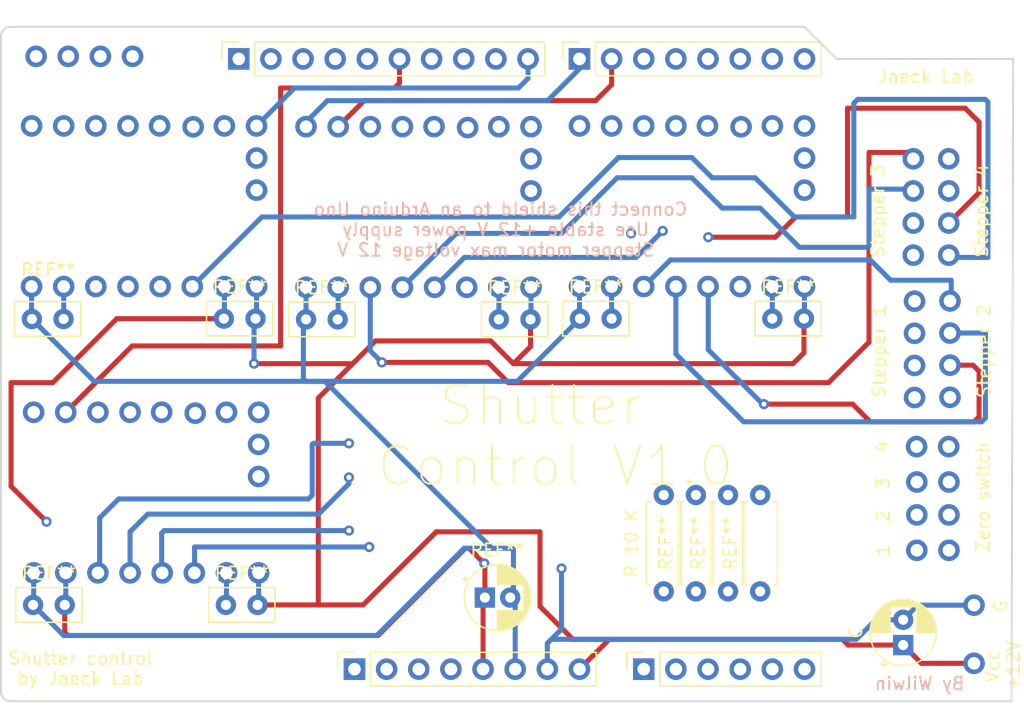
<source format=kicad_pcb>
(kicad_pcb (version 20211014) (generator pcbnew)
  (title_block (date "mar. 31 mars 2015"))
  (layers (0 "F.Cu" signal) (1 "In1.Cu" signal) (2 "In2.Cu" signal) (31 "B.Cu" signal) (34 "B.Paste" user) (35 "F.Paste" user) (36 "B.SilkS" user "B.Silkscreen") (37 "F.SilkS" user "F.Silkscreen") (38 "B.Mask" user) (39 "F.Mask" user) (44 "Edge.Cuts" user))
  (net 0 "")
  (net 1 "GND")
  (net 3 "+5V")
  (net 4 "/IOREF")
  (net 5 "/A0")
  (net 6 "/A1")
  (net 7 "/A2")
  (net 8 "/A3")
  (net 9 "/SDA{slash}A4")
  (net 10 "/SCL{slash}A5")
  (net 11 "/13")
  (net 12 "/12")
  (net 13 "/AREF")
  (net 14 "/8")
  (net 15 "/7")
  (net 16 "/*11")
  (net 17 "/*10")
  (net 18 "/*9")
  (net 19 "/4")
  (net 20 "/2")
  (net 21 "/*6")
  (net 22 "/*5")
  (net 23 "/TX{slash}1")
  (net 24 "/*3")
  (net 25 "/RX{slash}0")
  (net 26 "+3V3")
  (net 27 "VCC")
  (net 28 "/~{RESET}")
  (footprint "Connector_PinSocket_2.54mm:PinSocket_1x08_P2.54mm_Vertical" (layer "F.Cu") (at 127.94 97.46 90)
    (fp_text reference "J1" hide)
    (fp_text value "Power")
  )
  (footprint "Connector_PinSocket_2.54mm:PinSocket_1x06_P2.54mm_Vertical" (layer "F.Cu") (at 150.8 97.46 90)
    (fp_text reference "J3" hide)
    (fp_text value "Analog")
  )
  (footprint "Connector_PinSocket_2.54mm:PinSocket_1x10_P2.54mm_Vertical" (layer "F.Cu") (at 118.796 49.2 90)
    (fp_text reference "J2" hide)
    (fp_text value "Digital/PWM")
  )
  (footprint "Connector_PinSocket_2.54mm:PinSocket_1x08_P2.54mm_Vertical" (layer "F.Cu") (at 145.72 49.2 90)
    (fp_text reference "J4" hide)
    (fp_text value "Digital/PWM")
  )
  (footprint "" (layer "F.Cu") (at 120.2 57.04 180)
    (fp_text reference "")
    (fp_text value "")
  )
  (footprint "" (layer "F.Cu") (at 134.27 67.26 180)
    (fp_text reference "")
    (fp_text value "")
  )
  (footprint "" (layer "F.Cu") (at 174.9 79.86)
    (fp_text reference "")
    (fp_text value "")
  )
  (footprint "" (layer "F.Cu") (at 134.225799 54.555827 180)
    (fp_text reference "")
    (fp_text value "")
  )
  (footprint "" (layer "F.Cu") (at 131.73 67.26 180)
    (fp_text reference "")
    (fp_text value "")
  )
  (footprint "" (layer "F.Cu") (at 104.96 67.2 180)
    (fp_text reference "")
    (fp_text value "")
  )
  (footprint "" (layer "F.Cu") (at 172.36 79.86)
    (fp_text reference "")
    (fp_text value "")
  )
  (footprint "" (layer "F.Cu") (at 117.824201 77.144173 180)
    (fp_text reference "")
    (fp_text value "")
  )
  (footprint "" (layer "F.Cu") (at 112.7 77.14 180)
    (fp_text reference "")
    (fp_text value "")
  )
  (footprint "" (layer "F.Cu") (at 158.49171 54.57171 180)
    (fp_text reference "")
    (fp_text value "")
  )
  (footprint "Capacitor_THT:C_Disc_D5.0mm_W2.5mm_P2.50mm" (layer "F.Cu") (at 139.35 69.8)
    (fp_text reference "REF**")
    (fp_text value "C")
  )
  (footprint "" (layer "F.Cu") (at 117.66 67.2 180)
    (fp_text reference "")
    (fp_text value "")
  )
  (footprint "" (layer "F.Cu") (at 148.26 54.5 180)
    (fp_text reference "")
    (fp_text value "")
  )
  (footprint "" (layer "F.Cu") (at 175 75.96 -90)
    (fp_text reference "")
    (fp_text value "")
  )
  (footprint "" (layer "F.Cu") (at 148.26 67.2 180)
    (fp_text reference "")
    (fp_text value "")
  )
  (footprint "" (layer "F.Cu") (at 172.1 59.64 -90)
    (fp_text reference "")
    (fp_text value "")
  )
  (footprint "" (layer "F.Cu") (at 105.124201 77.144173 180)
    (fp_text reference "")
    (fp_text value "")
  )
  (footprint "" (layer "F.Cu") (at 120.364201 82.224173 180)
    (fp_text reference "")
    (fp_text value "")
  )
  (footprint "" (layer "F.Cu") (at 139.35 67.26 180)
    (fp_text reference "")
    (fp_text value "")
  )
  (footprint "" (layer "F.Cu") (at 120.2 54.5 180)
    (fp_text reference "")
    (fp_text value "")
  )
  (footprint "" (layer "F.Cu") (at 150.8 67.2 180)
    (fp_text reference "")
    (fp_text value "")
  )
  (footprint "" (layer "F.Cu") (at 172.1 57.1 -90)
    (fp_text reference "")
    (fp_text value "")
  )
  (footprint "" (layer "F.Cu") (at 175 70.88 -90)
    (fp_text reference "")
    (fp_text value "")
  )
  (footprint "" (layer "F.Cu") (at 145.72 67.2 180)
    (fp_text reference "")
    (fp_text value "")
  )
  (footprint "" (layer "F.Cu") (at 163.5 67.2 180)
    (fp_text reference "")
    (fp_text value "")
  )
  (footprint "" (layer "F.Cu") (at 175 73.42 -90)
    (fp_text reference "")
    (fp_text value "")
  )
  (footprint "" (layer "F.Cu") (at 150.8 54.5 180)
    (fp_text reference "")
    (fp_text value "")
  )
  (footprint "" (layer "F.Cu") (at 163.5 59.58 180)
    (fp_text reference "")
    (fp_text value "")
  )
  (footprint "" (layer "F.Cu") (at 124.11 54.56 180)
    (fp_text reference "")
    (fp_text value "")
  )
  (footprint "" (layer "F.Cu") (at 120.2 59.58 180)
    (fp_text reference "")
    (fp_text value "")
  )
  (footprint "Capacitor_THT:C_Disc_D5.0mm_W2.5mm_P2.50mm" (layer "F.Cu") (at 160.96 69.74)
    (fp_text reference "REF**")
    (fp_text value "C")
  )
  (footprint "Resistor_THT:R_Axial_DIN0207_L6.3mm_D2.5mm_P7.62mm_Horizontal" (layer "F.Cu") (at 160 91.31 90)
    (fp_text reference "REF**")
    (fp_text value "R 10K")
  )
  (footprint "" (layer "F.Cu") (at 126.65 67.26 180)
    (fp_text reference "")
    (fp_text value "")
  )
  (footprint "" (layer "F.Cu") (at 115.355911 77.215883 180)
    (fp_text reference "")
    (fp_text value "")
  )
  (footprint "" (layer "F.Cu") (at 110.04 54.5 180)
    (fp_text reference "")
    (fp_text value "")
  )
  (footprint "" (layer "F.Cu") (at 115.19171 54.57171 180)
    (fp_text reference "")
    (fp_text value "")
  )
  (footprint "" (layer "F.Cu") (at 141.89 67.26 180)
    (fp_text reference "")
    (fp_text value "")
  )
  (footprint "" (layer "F.Cu") (at 102.584201 77.144173 180)
    (fp_text reference "")
    (fp_text value "")
  )
  (footprint "" (layer "F.Cu") (at 172.38 88.06)
    (fp_text reference "")
    (fp_text value "")
  )
  (footprint "" (layer "F.Cu") (at 172.38 85.26)
    (fp_text reference "")
    (fp_text value "")
  )
  (footprint "" (layer "F.Cu") (at 174.9 59.64 -90)
    (fp_text reference "")
    (fp_text value "")
  )
  (footprint "" (layer "F.Cu") (at 107.86 49)
    (fp_text reference "")
    (fp_text value "")
  )
  (footprint "" (layer "F.Cu") (at 172.1 62.18 -90)
    (fp_text reference "")
    (fp_text value "")
  )
  (footprint "" (layer "F.Cu") (at 129.19 67.26 180)
    (fp_text reference "")
    (fp_text value "")
  )
  (footprint "" (layer "F.Cu") (at 102.584201 89.844173 180)
    (fp_text reference "")
    (fp_text value "")
  )
  (footprint "" (layer "F.Cu") (at 160.96 67.2 180)
    (fp_text reference "")
    (fp_text value "")
  )
  (footprint "" (layer "F.Cu") (at 131.73 54.56 180)
    (fp_text reference "")
    (fp_text value "")
  )
  (footprint "Resistor_THT:R_Axial_DIN0207_L6.3mm_D2.5mm_P7.62mm_Horizontal" (layer "F.Cu") (at 152.38 91.31 90)
    (fp_text reference "R 10 K")
    (fp_text value "R 10K")
  )
  (footprint "" (layer "F.Cu") (at 105.124201 89.844173 180)
    (fp_text reference "")
    (fp_text value "")
  )
  (footprint "" (layer "F.Cu") (at 172.2 70.9 -90)
    (fp_text reference "")
    (fp_text value "")
  )
  (footprint "" (layer "F.Cu") (at 153.34 67.2 180)
    (fp_text reference "")
    (fp_text value "")
  )
  (footprint "" (layer "F.Cu") (at 141.89 54.56 180)
    (fp_text reference "")
    (fp_text value "")
  )
  (footprint "Arduino_MountingHole:MountingHole_3.2mm" (layer "F.Cu") (at 115.24 49.2)
    (fp_text reference "MH1" hide)
    (fp_text value "MountingHole_3.2mm" hide)
  )
  (footprint "" (layer "F.Cu") (at 120.2 67.2 180)
    (fp_text reference "")
    (fp_text value "")
  )
  (footprint "" (layer "F.Cu") (at 117.824201 89.844173 180)
    (fp_text reference "")
    (fp_text value "")
  )
  (footprint "Capacitor_THT:CP_Radial_D5.0mm_P2.00mm" (layer "F.Cu") (at 138.244888 91.8)
    (fp_text reference "REF**")
    (fp_text value "CP")
  )
  (footprint "" (layer "F.Cu") (at 104.96 54.5 180)
    (fp_text reference "")
    (fp_text value "")
  )
  (footprint "Resistor_THT:R_Axial_DIN0207_L6.3mm_D2.5mm_P7.62mm_Horizontal" (layer "F.Cu") (at 154.92 91.31 90)
    (fp_text reference "REF**")
    (fp_text value "R 10K")
  )
  (footprint "" (layer "F.Cu") (at 174.92 85.26)
    (fp_text reference "")
    (fp_text value "")
  )
  (footprint "" (layer "F.Cu") (at 102.42 54.5 180)
    (fp_text reference "")
    (fp_text value "")
  )
  (footprint "" (layer "F.Cu") (at 163.5 57.04 180)
    (fp_text reference "")
    (fp_text value "")
  )
  (footprint "" (layer "F.Cu") (at 172.2 68.36 -90)
    (fp_text reference "")
    (fp_text value "")
  )
  (footprint "" (layer "F.Cu") (at 174.9 64.72 -90)
    (fp_text reference "")
    (fp_text value "")
  )
  (footprint "" (layer "F.Cu") (at 136.88171 54.63171 180)
    (fp_text reference "")
    (fp_text value "")
  )
  (footprint "" (layer "F.Cu") (at 155.88 67.2 180)
    (fp_text reference "")
    (fp_text value "")
  )
  (footprint "" (layer "F.Cu") (at 174.92 88.06)
    (fp_text reference "")
    (fp_text value "")
  )
  (footprint "" (layer "F.Cu") (at 141.89 59.64 180)
    (fp_text reference "")
    (fp_text value "")
  )
  (footprint "Resistor_THT:R_Axial_DIN0207_L6.3mm_D2.5mm_P7.62mm_Horizontal" (layer "F.Cu") (at 157.46 91.31 90)
    (fp_text reference "REF**")
    (fp_text value "R 10K")
  )
  (footprint "" (layer "F.Cu") (at 110.04 67.2 180)
    (fp_text reference "")
    (fp_text value "")
  )
  (footprint "" (layer "F.Cu") (at 136.81 67.26 180)
    (fp_text reference "")
    (fp_text value "")
  )
  (footprint "" (layer "F.Cu") (at 172.2 73.44 -90)
    (fp_text reference "")
    (fp_text value "")
  )
  (footprint "" (layer "F.Cu") (at 174.9 57.1 -90)
    (fp_text reference "")
    (fp_text value "")
  )
  (footprint "" (layer "F.Cu") (at 160.96 54.5 180)
    (fp_text reference "")
    (fp_text value "")
  )
  (footprint "" (layer "F.Cu") (at 115.12 67.2 180)
    (fp_text reference "")
    (fp_text value "")
  )
  (footprint "" (layer "F.Cu") (at 124.11 67.26 180)
    (fp_text reference "")
    (fp_text value "")
  )
  (footprint "" (layer "F.Cu") (at 120.364201 89.844173 180)
    (fp_text reference "")
    (fp_text value "")
  )
  (footprint "" (layer "F.Cu") (at 107.664201 89.844173 180)
    (fp_text reference "")
    (fp_text value "")
  )
  (footprint "" (layer "F.Cu") (at 129.19 54.56 180)
    (fp_text reference "")
    (fp_text value "")
  )
  (footprint "" (layer "F.Cu") (at 117.66 54.5 180)
    (fp_text reference "")
    (fp_text value "")
  )
  (footprint "" (layer "F.Cu") (at 155.835799 54.495827 180)
    (fp_text reference "")
    (fp_text value "")
  )
  (footprint "" (layer "F.Cu") (at 163.5 54.5 180)
    (fp_text reference "")
    (fp_text value "")
  )
  (footprint "" (layer "F.Cu") (at 174.9 62.18 -90)
    (fp_text reference "")
    (fp_text value "")
  )
  (footprint "Capacitor_THT:C_Disc_D5.0mm_W2.5mm_P2.50mm" (layer "F.Cu") (at 145.76 69.74)
    (fp_text reference "REF**")
    (fp_text value "C")
  )
  (footprint "" (layer "F.Cu") (at 176.9 92.4)
    (fp_text reference "")
    (fp_text value "")
  )
  (footprint "" (layer "F.Cu") (at 115.284201 89.844173 180)
    (fp_text reference "")
    (fp_text value "")
  )
  (footprint "" (layer "F.Cu") (at 126.65 54.56 180)
    (fp_text reference "")
    (fp_text value "")
  )
  (footprint "Capacitor_THT:CP_Radial_D5.0mm_P2.00mm" (layer "F.Cu") (at 171.3 95.555113 90)
    (fp_text reference "C")
    (fp_text value "CP")
  )
  (footprint "" (layer "F.Cu") (at 112.58 67.2 180)
    (fp_text reference "")
    (fp_text value "")
  )
  (footprint "" (layer "F.Cu") (at 174.92 82.66)
    (fp_text reference "")
    (fp_text value "")
  )
  (footprint "Capacitor_THT:C_Disc_D5.0mm_W2.5mm_P2.50mm" (layer "F.Cu") (at 124.11 69.8)
    (fp_text reference "REF**")
    (fp_text value "C")
  )
  (footprint "" (layer "F.Cu") (at 107.5 54.5 180)
    (fp_text reference "")
    (fp_text value "")
  )
  (footprint "" (layer "F.Cu") (at 110.204201 77.144173 180)
    (fp_text reference "")
    (fp_text value "")
  )
  (footprint "" (layer "F.Cu") (at 153.34 54.5 180)
    (fp_text reference "")
    (fp_text value "")
  )
  (footprint "" (layer "F.Cu") (at 176.9 97)
    (fp_text reference "")
    (fp_text value "")
  )
  (footprint "" (layer "F.Cu") (at 102.42 67.2 180)
    (fp_text reference "")
    (fp_text value "")
  )
  (footprint "" (layer "F.Cu") (at 110.204201 89.844173 180)
    (fp_text reference "")
    (fp_text value "")
  )
  (footprint "Capacitor_THT:C_Disc_D5.0mm_W2.5mm_P2.50mm" (layer "F.Cu") (at 102.54 92.38)
    (fp_text reference "REF**")
    (fp_text value "C")
  )
  (footprint "" (layer "F.Cu") (at 172.2 75.98 -90)
    (fp_text reference "")
    (fp_text value "")
  )
  (footprint "" (layer "F.Cu") (at 112.744201 89.844173 180)
    (fp_text reference "")
    (fp_text value "")
  )
  (footprint "" (layer "F.Cu") (at 107.5 67.2 180)
    (fp_text reference "")
    (fp_text value "")
  )
  (footprint "" (layer "F.Cu") (at 141.89 57.1 180)
    (fp_text reference "")
    (fp_text value "")
  )
  (footprint "" (layer "F.Cu") (at 172.1 64.72 -90)
    (fp_text reference "")
    (fp_text value "")
  )
  (footprint "" (layer "F.Cu") (at 145.72 54.5 180)
    (fp_text reference "")
    (fp_text value "")
  )
  (footprint "" (layer "F.Cu") (at 120.364201 79.684173 180)
    (fp_text reference "")
    (fp_text value "")
  )
  (footprint "" (layer "F.Cu") (at 158.42 67.2 180)
    (fp_text reference "")
    (fp_text value "")
  )
  (footprint "Capacitor_THT:C_Disc_D5.0mm_W2.5mm_P2.50mm" (layer "F.Cu") (at 117.78 92.38)
    (fp_text reference "REF**")
    (fp_text value "C")
  )
  (footprint "Capacitor_THT:C_Disc_D5.0mm_W2.5mm_P2.50mm" (layer "F.Cu") (at 102.446709 69.77171)
    (fp_text reference "REF**")
    (fp_text value "C")
  )
  (footprint "" (layer "F.Cu") (at 110.4 49)
    (fp_text reference "")
    (fp_text value "")
  )
  (footprint "Arduino_MountingHole:MountingHole_3.2mm" (layer "F.Cu") (at 113.97 97.46)
    (fp_text reference "MH2" hide)
    (fp_text value "MountingHole_3.2mm" hide)
  )
  (footprint "" (layer "F.Cu") (at 112.535799 54.495827 180)
    (fp_text reference "")
    (fp_text value "")
  )
  (footprint "" (layer "F.Cu") (at 175 68.34 -90)
    (fp_text reference "")
    (fp_text value "")
  )
  (footprint "" (layer "F.Cu") (at 102.78 49)
    (fp_text reference "")
    (fp_text value "")
  )
  (footprint "" (layer "F.Cu") (at 120.364201 77.144173 180)
    (fp_text reference "")
    (fp_text value "")
  )
  (footprint "" (layer "F.Cu") (at 105.32 49)
    (fp_text reference "")
    (fp_text value "")
  )
  (footprint "" (layer "F.Cu") (at 172.38 82.66)
    (fp_text reference "")
    (fp_text value "")
  )
  (footprint "" (layer "F.Cu") (at 139.35 54.56 180)
    (fp_text reference "")
    (fp_text value "")
  )
  (footprint "" (layer "F.Cu") (at 107.664201 77.144173 180)
    (fp_text reference "")
    (fp_text value "")
  )
  (footprint "Capacitor_THT:C_Disc_D5.0mm_W2.5mm_P2.50mm" (layer "F.Cu") (at 117.615799 69.74)
    (fp_text reference "REF**")
    (fp_text value "C")
  )
  (gr_line (start 100 99.238) (end 100 47.422) (layer "Edge.Cuts") (width 0.15))
  (gr_line (start 180 49.2) (end 179.862364 100) (layer "Edge.Cuts") (width 0.15))
  (gr_line (start 165.278 100) (end 100.762 100) (layer "Edge.Cuts") (width 0.15))
  (gr_line (start 100.762 46.66) (end 163.5 46.66) (layer "Edge.Cuts") (width 0.15))
  (gr_arc (start 100.762 100) (mid 100.223185 99.776815) (end 100 99.238) (layer "Edge.Cuts") (width 0.15))
  (gr_line (start 179.862364 100) (end 165.278 100) (layer "Edge.Cuts") (width 0.15))
  (gr_line (start 163.5 46.66) (end 166.04 49.2) (layer "Edge.Cuts") (width 0.15))
  (gr_line (start 166.04 49.2) (end 180 49.2) (layer "Edge.Cuts") (width 0.15))
  (gr_arc (start 100 47.422) (mid 100.223185 46.883185) (end 100.762 46.66) (layer "Edge.Cuts") (width 0.15))
  (gr_text "By Wilwin" (at 172.6 98.6) (layer "B.SilkS") (effects (font (size 1 1)) (justify mirror)))
  (gr_text "Connect this shield to an Arduino Uno \nUse stable +12 V power supply\nStepper motor max voltage 12 V" (at 139.1 62.7) (layer "B.SilkS") (effects (font (size 1 1)) (justify mirror)))
  (gr_text "Shutter control\nby Jaeck Lab" (at 106.3 97.4) (layer "F.SilkS") (effects (font (size 1 1))))
  (gr_text "Shutter \nControl V1.0" (at 143.8 79) (layer "F.SilkS") (effects (font (size 3 3))))
  (gr_text "Zero switch" (at 177.62 83.86 90) (layer "F.SilkS") (effects (font (size 1 1))))
  (gr_text "1" (at 169.72 88.06 90) (layer "F.SilkS") (effects (font (size 1 1))))
  (gr_text "Jaeck Lab" (at 173.1 50.6) (layer "F.SilkS") (effects (font (size 1 1))))
  (gr_text "4" (at 169.62 79.86 90) (layer "F.SilkS") (effects (font (size 1 1))))
  (gr_text "Vcc\n+12V" (at 179.2 97.2 90) (layer "F.SilkS") (effects (font (size 1 1))))
  (gr_text "Stepper 3" (at 169.3 61.22 90) (layer "F.SilkS") (effects (font (size 1 1))))
  (gr_text "Stepper 2" (at 177.7 72.32 90) (layer "F.SilkS") (effects (font (size 1 1))))
  (gr_text "2" (at 169.72 85.36 90) (layer "F.SilkS") (effects (font (size 1 1))))
  (gr_text "Stepper 4" (at 177.5 61.22 90) (layer "F.SilkS") (effects (font (size 1 1))))
  (gr_text "3" (at 169.72 82.76 90) (layer "F.SilkS") (effects (font (size 1 1))))
  (gr_text "Stepper 1" (at 169.4 72.32 90) (layer "F.SilkS") (effects (font (size 1 1))))
  (gr_text "G" (at 179 92.5 90) (layer "F.SilkS") (effects (font (size 1 1))))
  (segment (start 166.8 61.7) (end 166.9 61.6) (width 0.4) (layer "F.Cu") (net 0))
  (segment (start 166.9 53.1) (end 176.2 53.1) (width 0.4) (layer "F.Cu") (net 0))
  (segment (start 161.2 63.3) (end 162.8 61.7) (width 0.4) (layer "F.Cu") (net 0))
  (segment (start 168.6 71.6) (end 168.6 56.6) (width 0.4) (layer "F.Cu") (net 0))
  (segment (start 177.3 73.9) (end 176.82 73.42) (width 0.4) (layer "F.Cu") (net 0))
  (segment (start 138.5 73.2) (end 140.1 74.8) (width 0.4) (layer "F.Cu") (net 0))
  (segment (start 155.9 63.3) (end 161.2 63.3) (width 0.4) (layer "F.Cu") (net 0))
  (segment (start 176.2 53.1) (end 177.3 54.2) (width 0.4) (layer "F.Cu") (net 0))
  (segment (start 168.7 77.9) (end 176.9 77.9) (width 0.4) (layer "F.Cu") (net 0))
  (segment (start 167.3 76.5) (end 168.7 77.9) (width 0.4) (layer "F.Cu") (net 0))
  (segment (start 165.4 74.8) (end 168.6 71.6) (width 0.4) (layer "F.Cu") (net 0))
  (segment (start 160.3 76.5) (end 167.3 76.5) (width 0.4) (layer "F.Cu") (net 0))
  (segment (start 171.6 56.6) (end 172.1 57.1) (width 0.4) (layer "F.Cu") (net 0))
  (segment (start 130.1 73.2) (end 138.5 73.2) (width 0.4) (layer "F.Cu") (net 0))
  (segment (start 168.6 56.6) (end 171.6 56.6) (width 0.4) (layer "F.Cu") (net 0))
  (segment (start 162.8 61.7) (end 166.8 61.7) (width 0.4) (layer "F.Cu") (net 0))
  (segment (start 176.82 73.42) (end 175 73.42) (width 0.4) (layer "F.Cu") (net 0))
  (segment (start 177.3 54.2) (end 177.3 59.78) (width 0.4) (layer "F.Cu") (net 0))
  (segment (start 176.9 77.9) (end 177.3 77.5) (width 0.4) (layer "F.Cu") (net 0))
  (segment (start 177.3 77.5) (end 177.3 73.9) (width 0.4) (layer "F.Cu") (net 0))
  (segment (start 166.9 61.6) (end 166.9 53.1) (width 0.4) (layer "F.Cu") (net 0))
  (segment (start 177.3 59.78) (end 174.9 62.18) (width 0.4) (layer "F.Cu") (net 0))
  (segment (start 140.1 74.8) (end 165.4 74.8) (width 0.4) (layer "F.Cu") (net 0))
  (via (at 144.3 89.5) (size 0.8) (drill 0.4) (layers "F.Cu" "B.Cu") (net 0))
  (via (at 127.5 86.5) (size 0.8) (drill 0.4) (layers "F.Cu" "B.Cu") (net 0))
  (via (at 152.3 62.8) (size 0.8) (drill 0.4) (layers "F.Cu" "B.Cu") (net 0))
  (via (at 129.1 87.8) (size 0.8) (drill 0.4) (layers "F.Cu" "B.Cu") (net 0))
  (via (at 160.3 76.5) (size 0.8) (drill 0.4) (layers "F.Cu" "B.Cu") (net 0))
  (via (at 120 73.3) (size 0.8) (drill 0.4) (layers "F.Cu" "B.Cu") (net 0))
  (via (at 155.9 63.3) (size 0.8) (drill 0.4) (layers "F.Cu" "B.Cu") (net 0))
  (via (at 130.1 73.2) (size 0.8) (drill 0.4) (layers "F.Cu" "B.Cu") (net 0))
  (via (at 149.8 63) (size 0.8) (drill 0.4) (layers "F.Cu" "B.Cu") (net 0))
  (via (at 127.5 79.6) (size 0.8) (drill 0.4) (layers "F.Cu" "B.Cu") (net 0))
  (via (at 127.5 82.3) (size 0.8) (drill 0.4) (layers "F.Cu" "B.Cu") (net 0))
  (segment (start 177.78 70.88) (end 175 70.88) (width 0.4) (layer "B.Cu") (net 0))
  (segment (start 167.7 52.4) (end 177.8 52.4) (width 0.4) (layer "B.Cu") (net 0))
  (segment (start 158.7 77.9) (end 177.5 77.9) (width 0.4) (layer "B.Cu") (net 0))
  (segment (start 115.284201 89.844173) (end 115.3 89.828374) (width 0.4) (layer "B.Cu") (net 0))
  (segment (start 153.34 72.54) (end 158.7 77.9) (width 0.4) (layer "B.Cu") (net 0))
  (segment (start 148.8 57) (end 154.6 57) (width 0.4) (layer "B.Cu") (net 0))
  (segment (start 124.6 79.7) (end 124.7 79.6) (width 0.4) (layer "B.Cu") (net 0))
  (segment (start 127.5 82.8) (end 125.1 85.2) (width 0.4) (layer "B.Cu") (net 0))
  (segment (start 125.1 85.2) (end 111.6 85.2) (width 0.4) (layer "B.Cu") (net 0))
  (segment (start 115.3 89.828374) (end 115.3 87.8) (width 0.4) (layer "B.Cu") (net 0))
  (segment (start 160 61) (end 163.1 64.1) (width 0.4) (layer "B.Cu") (net 0))
  (segment (start 136.63 64.9) (end 134.27 67.26) (width 0.4) (layer "B.Cu") (net 0))
  (segment (start 178 52.6) (end 178 64.9) (width 0.4) (layer "B.Cu") (net 0))
  (segment (start 120.62 61.7) (end 144.1 61.7) (width 0.4) (layer "B.Cu") (net 0))
  (segment (start 144.1 61.7) (end 148.8 57) (width 0.4) (layer "B.Cu") (net 0))
  (segment (start 177.8 52.4) (end 178 52.6) (width 0.4) (layer "B.Cu") (net 0))
  (segment (start 131.73 67.26) (end 135.99 63) (width 0.4) (layer "B.Cu") (net 0))
  (segment (start 157 61) (end 160 61) (width 0.4) (layer "B.Cu") (net 0))
  (segment (start 177.8 77.6) (end 177.8 70.9) (width 0.4) (layer "B.Cu") (net 0))
  (segment (start 152.3 62.8) (end 150.2 64.9) (width 0.4) (layer "B.Cu") (net 0))
  (segment (start 175.1 66.7) (end 175.1 68.24) (width 0.4) (layer "B.Cu") (net 0))
  (segment (start 160.2 76.5) (end 160.3 76.5) (width 0.4) (layer "B.Cu") (net 0))
  (segment (start 150.2 64.9) (end 136.63 64.9) (width 0.4) (layer "B.Cu") (net 0))
  (segment (start 124.6 83.7) (end 124.6 79.7) (width 0.4) (layer "B.Cu") (net 0))
  (segment (start 177.5 77.9) (end 177.8 77.6) (width 0.4) (layer "B.Cu") (net 0))
  (segment (start 162.7 61.7) (end 167.4 61.7) (width 0.4) (layer "B.Cu") (net 0))
  (segment (start 153.34 67.2) (end 153.34 72.54) (width 0.4) (layer "B.Cu") (net 0))
  (segment (start 155.9 72.2) (end 160.2 76.5) (width 0.4) (layer "B.Cu") (net 0))
  (segment (start 110.204201 86.595799) (end 110.204201 89.844173) (width 0.4) (layer "B.Cu") (net 0))
  (segment (start 159.6 58.6) (end 162.7 61.7) (width 0.4) (layer "B.Cu") (net 0))
  (segment (start 144.3 63) (end 148.7 58.6) (width 0.4) (layer "B.Cu") (net 0))
  (segment (start 107.664201 89.844173) (end 107.8 89.708374) (width 0.4) (layer "B.Cu") (net 0))
  (segment (start 135.99 63) (end 144.3 63) (width 0.4) (layer "B.Cu") (net 0))
  (segment (start 175.08 64.9) (end 174.9 64.72) (width 0.4) (layer "B.Cu") (net 0))
  (segment (start 109.3 84) (end 124.3 84) (width 0.4) (layer "B.Cu") (net 0))
  (segment (start 167.4 61.7) (end 167.4 52.7) (width 0.4) (layer "B.Cu") (net 0))
  (segment (start 152.9 65.1) (end 168.7 65.1) (width 0.4) (layer "B.Cu") (net 0))
  (segment (start 112.744201 89.844173) (end 112.7 89.799972) (width 0.4) (layer "B.Cu") (net 0))
  (segment (start 155.88 67.2) (end 155.9 67.22) (width 0.4) (layer "B.Cu") (net 0))
  (segment (start 154.6 58.6) (end 157 61) (width 0.4) (layer "B.Cu") (net 0))
  (segment (start 177.8 70.9) (end 177.78 70.88) (width 0.4) (layer "B.Cu") (net 0))
  (segment (start 129.1 87.8) (end 129.2 87.9) (width 0.4) (layer "B.Cu") (net 0))
  (segment (start 107.8 85.5) (end 109.3 84) (width 0.4) (layer "B.Cu") (net 0))
  (segment (start 112.7 86.7) (end 112.9 86.5) (width 0.4) (layer "B.Cu") (net 0))
  (segment (start 156.2 58.6) (end 159.6 58.6) (width 0.4) (layer "B.Cu") (net 0))
  (segment (start 168.6 64.1) (end 168.6 59.5) (width 0.4) (layer "B.Cu") (net 0))
  (segment (start 178 64.9) (end 175.08 64.9) (width 0.4) (layer "B.Cu") (net 0))
  (segment (start 154.6 57) (end 156.2 58.6) (width 0.4) (layer "B.Cu") (net 0))
  (segment (start 127.5 82.3) (end 127.5 82.8) (width 0.4) (layer "B.Cu") (net 0))
  (segment (start 163.1 64.1) (end 168.6 64.1) (width 0.4) (layer "B.Cu") (net 0))
  (segment (start 168.7 65.1) (end 170.3 66.7) (width 0.4) (layer "B.Cu") (net 0))
  (segment (start 171.96 59.5) (end 172.1 59.64) (width 0.4) (layer "B.Cu") (net 0))
  (segment (start 155.9 67.22) (end 155.9 72.2) (width 0.4) (layer "B.Cu") (net 0))
  (segment (start 167.4 52.7) (end 167.7 52.4) (width 0.4) (layer "B.Cu") (net 0))
  (segment (start 168.6 59.5) (end 171.96 59.5) (width 0.4) (layer "B.Cu") (net 0))
  (segment (start 170.3 66.7) (end 175.1 66.7) (width 0.4) (layer "B.Cu") (net 0))
  (segment (start 112.9 86.5) (end 127.5 86.5) (width 0.4) (layer "B.Cu") (net 0))
  (segment (start 111.6 85.2) (end 110.204201 86.595799) (width 0.4) (layer "B.Cu") (net 0))
  (segment (start 175.1 68.24) (end 175 68.34) (width 0.4) (layer "B.Cu") (net 0))
  (segment (start 112.7 89.799972) (end 112.7 86.7) (width 0.4) (layer "B.Cu") (net 0))
  (segment (start 107.8 89.708374) (end 107.8 85.5) (width 0.4) (layer "B.Cu") (net 0))
  (segment (start 115.12 67.2) (end 120.62 61.7) (width 0.4) (layer "B.Cu") (net 0))
  (segment (start 124.3 84) (end 124.6 83.7) (width 0.4) (layer "B.Cu") (net 0))
  (segment (start 129.19 72.29) (end 130.1 73.2) (width 0.4) (layer "B.Cu") (net 0))
  (segment (start 115.3 87.8) (end 129.1 87.8) (width 0.4) (layer "B.Cu") (net 0))
  (segment (start 148.7 58.6) (end 154.6 58.6) (width 0.4) (layer "B.Cu") (net 0))
  (segment (start 150.8 67.2) (end 152.9 65.1) (width 0.4) (layer "B.Cu") (net 0))
  (segment (start 124.7 79.6) (end 127.5 79.6) (width 0.4) (layer "B.Cu") (net 0))
  (segment (start 129.19 67.26) (end 129.19 72.29) (width 0.4) (layer "B.Cu") (net 0))
  (segment (start 100.8 83) (end 103.6 85.8) (width 0.4) (layer "F.Cu") (net 1))
  (segment (start 104.1 74.8) (end 100.8 74.8) (width 0.4) (layer "F.Cu") (net 1))
  (segment (start 104.5 74.4) (end 104.1 74.8) (width 0.4) (layer "F.Cu") (net 1))
  (segment (start 109.16 69.74) (end 104.5 74.4) (width 0.4) (layer "F.Cu") (net 1))
  (segment (start 100.8 74.8) (end 100.8 83) (width 0.4) (layer "F.Cu") (net 1))
  (segment (start 117.615799 69.74) (end 109.16 69.74) (width 0.4) (layer "F.Cu") (net 1))
  (via (at 103.6 85.8) (size 0.8) (drill 0.4) (layers "F.Cu" "B.Cu") (net 1))
  (segment (start 124.6 74.7) (end 125.6 74.7) (width 0.4) (layer "B.Cu") (net 1))
  (segment (start 117.66 69.695799) (end 117.615799 69.74) (width 0.4) (layer "B.Cu") (net 1))
  (segment (start 117.824201 89.844173) (end 117.824201 92.335799) (width 0.4) (layer "B.Cu") (net 1))
  (segment (start 102.42 69.745001) (end 102.446709 69.77171) (width 0.4) (layer "B.Cu") (net 1))
  (segment (start 143.45 95.15) (end 144.3 94.3) (width 0.4) (layer "B.Cu") (net 1))
  (segment (start 107.374999 74.7) (end 124.1 74.7) (width 0.4) (layer "B.Cu") (net 1))
  (segment (start 117.66 67.2) (end 117.66 69.695799) (width 0.4) (layer "B.Cu") (net 1))
  (segment (start 102.54 92.38) (end 104.96 94.8) (width 0.4) (layer "B.Cu") (net 1))
  (segment (start 172.455113 92.4) (end 171.3 93.555113) (width 0.4) (layer "B.Cu") (net 1))
  (segment (start 139.35 67.26) (end 139.35 69.8) (width 0.4) (layer "B.Cu") (net 1))
  (segment (start 145.72 67.2) (end 145.72 69.7) (width 0.4) (layer "B.Cu") (net 1))
  (segment (start 140.5 88) (end 140.5 91.544888) (width 0.4) (layer "B.Cu") (net 1))
  (segment (start 145.76 69.74) (end 140.8 74.7) (width 0.4) (layer "B.Cu") (net 1))
  (segment (start 143.45 95.15) (end 143.18 95.42) (width 0.4) (layer "B.Cu") (net 1))
  (segment (start 102.446709 69.77171) (end 107.374999 74.7) (width 0.4) (layer "B.Cu") (net 1))
  (segment (start 171.3 93.555113) (end 169.144887 93.555113) (width 0.4) (layer "B.Cu") (net 1))
  (segment (start 102.584201 92.335799) (end 102.54 92.38) (width 0.4) (layer "B.Cu") (net 1))
  (segment (start 129.7 94.8) (end 136.6 87.9) (width 0.4) (layer "B.Cu") (net 1))
  (segment (start 143.5 95.1) (end 143.45 95.15) (width 0.4) (layer "B.Cu") (net 1))
  (segment (start 123.9 70.01) (end 123.9 74.5) (width 0.4) (layer "B.Cu") (net 1))
  (segment (start 176.9 92.4) (end 172.455113 92.4) (width 0.4) (layer "B.Cu") (net 1))
  (segment (start 145.72 69.7) (end 145.76 69.74) (width 0.4) (layer "B.Cu") (net 1))
  (segment (start 167.6 95.1) (end 143.5 95.1) (width 0.4) (layer "B.Cu") (net 1))
  (segment (start 117.824201 92.335799) (end 117.78 92.38) (width 0.4) (layer "B.Cu") (net 1))
  (segment (start 140.4 87.9) (end 140.5 88) (width 0.4) (layer "B.Cu") (net 1))
  (segment (start 140.64 97.46) (end 140.64 92.195112) (width 0.4) (layer "B.Cu") (net 1))
  (segment (start 104.96 94.8) (end 124.6 94.8) (width 0.4) (layer "B.Cu") (net 1))
  (segment (start 125.6 74.7) (end 138.8 87.9) (width 0.4) (layer "B.Cu") (net 1))
  (segment (start 124.6 94.8) (end 129.7 94.8) (width 0.4) (layer "B.Cu") (net 1))
  (segment (start 136.6 87.9) (end 138.8 87.9) (width 0.4) (layer "B.Cu") (net 1))
  (segment (start 143.18 95.42) (end 143.18 97.46) (width 0.4) (layer "B.Cu") (net 1))
  (segment (start 138.8 87.9) (end 140.4 87.9) (width 0.4) (layer "B.Cu") (net 1))
  (segment (start 102.42 67.2) (end 102.42 69.745001) (width 0.4) (layer "B.Cu") (net 1))
  (segment (start 140.8 74.7) (end 124.6 74.7) (width 0.4) (layer "B.Cu") (net 1))
  (segment (start 169.144887 93.555113) (end 167.6 95.1) (width 0.4) (layer "B.Cu") (net 1))
  (segment (start 102.584201 89.844173) (end 102.584201 92.335799) (width 0.4) (layer "B.Cu") (net 1))
  (segment (start 123.9 74.5) (end 124.1 74.7) (width 0.4) (layer "B.Cu") (net 1))
  (segment (start 124.11 67.26) (end 124.11 69.8) (width 0.4) (layer "B.Cu") (net 1))
  (segment (start 124.11 69.8) (end 123.9 70.01) (width 0.4) (layer "B.Cu") (net 1))
  (segment (start 140.5 91.544888) (end 140.244888 91.8) (width 0.4) (layer "B.Cu") (net 1))
  (segment (start 124.1 74.7) (end 124.6 74.7) (width 0.4) (layer "B.Cu") (net 1))
  (segment (start 144.3 94.3) (end 144.3 89.5) (width 0.4) (layer "B.Cu") (net 1))
  (segment (start 160.96 67.2) (end 160.96 69.74) (width 0.4) (layer "B.Cu") (net 1))
  (segment (start 140.64 92.195112) (end 140.244888 91.8) (width 0.4) (layer "B.Cu") (net 1))
  (segment (start 130.2 94.4) (end 136.7 87.9) (width 0.4) (layer "F.Cu") (net 3))
  (segment (start 129.8 94.8) (end 130.2 94.4) (width 0.4) (layer "F.Cu") (net 3))
  (segment (start 105.04 92.38) (end 105.04 94.54) (width 0.4) (layer "F.Cu") (net 3))
  (segment (start 105.3 94.8) (end 129.8 94.8) (width 0.4) (layer "F.Cu") (net 3))
  (segment (start 105.04 94.54) (end 105.3 94.8) (width 0.4) (layer "F.Cu") (net 3))
  (segment (start 138.1 91.944888) (end 138.244888 91.8) (width 0.4) (layer "F.Cu") (net 3))
  (segment (start 138.2 89.1) (end 138.244888 89.144888) (width 0.4) (layer "F.Cu") (net 3))
  (segment (start 137 87.9) (end 138.2 89.1) (width 0.4) (layer "F.Cu") (net 3))
  (segment (start 136.7 87.9) (end 137 87.9) (width 0.4) (layer "F.Cu") (net 3))
  (segment (start 138.1 97.46) (end 138.1 91.944888) (width 0.4) (layer "F.Cu") (net 3))
  (segment (start 138.244888 89.144888) (end 138.244888 91.8) (width 0.4) (layer "F.Cu") (net 3))
  (via (at 138.2 89.1) (size 0.8) (drill 0.4) (layers "F.Cu" "B.Cu") (net 3))
  (segment (start 104.96 69.758419) (end 104.946709 69.77171) (width 0.4) (layer "B.Cu") (net 3))
  (segment (start 104.96 67.2) (end 104.96 69.758419) (width 0.4) (layer "B.Cu") (net 3))
  (segment (start 126.65 67.26) (end 126.65 69.76) (width 0.4) (layer "B.Cu") (net 3))
  (segment (start 105.124201 89.844173) (end 105.124201 92.295799) (width 0.4) (layer "B.Cu") (net 3))
  (segment (start 148.26 67.2) (end 148.26 69.74) (width 0.4) (layer "B.Cu") (net 3))
  (segment (start 105.124201 92.295799) (end 105.04 92.38) (width 0.4) (layer "B.Cu") (net 3))
  (segment (start 126.65 69.76) (end 126.61 69.8) (width 0.4) (layer "B.Cu") (net 3))
  (segment (start 122.1 71.9) (end 122.1 51.5) (width 0.4) (layer "F.Cu") (net 12))
  (segment (start 110.368374 71.9) (end 122.1 71.9) (width 0.4) (layer "F.Cu") (net 12))
  (segment (start 122.1 51.5) (end 131.1 51.5) (width 0.4) (layer "F.Cu") (net 12))
  (segment (start 106.368374 75.9) (end 108.134187 74.134187) (width 0.4) (layer "F.Cu") (net 12))
  (segment (start 131.496 51.104) (end 131.496 49.2) (width 0.4) (layer "F.Cu") (net 12))
  (segment (start 131.1 51.5) (end 131.496 51.104) (width 0.4) (layer "F.Cu") (net 12))
  (segment (start 108.134187 74.134187) (end 105.124201 77.144173) (width 0.4) (layer "F.Cu") (net 12))
  (segment (start 108.134187 74.134187) (end 110.368374 71.9) (width 0.4) (layer "F.Cu") (net 12))
  (segment (start 141.656 50.744) (end 141.656 49.2) (width 0.4) (layer "B.Cu") (net 14))
  (segment (start 140.9 51.5) (end 141.656 50.744) (width 0.4) (layer "B.Cu") (net 14))
  (segment (start 120.2 54.5) (end 123.2 51.5) (width 0.4) (layer "B.Cu") (net 14))
  (segment (start 123.2 51.5) (end 140.9 51.5) (width 0.4) (layer "B.Cu") (net 14))
  (segment (start 125.6 52.7) (end 125.8 52.5) (width 0.4) (layer "B.Cu") (net 15))
  (segment (start 145.72 49.98) (end 145.72 49.2) (width 0.4) (layer "B.Cu") (net 15))
  (segment (start 143.2 52.5) (end 145.72 49.98) (width 0.4) (layer "B.Cu") (net 15))
  (segment (start 125.8 52.5) (end 143.2 52.5) (width 0.4) (layer "B.Cu") (net 15))
  (segment (start 124.11 54.56) (end 124.11 54.19) (width 0.4) (layer "B.Cu") (net 15))
  (segment (start 124.11 54.19) (end 125.6 52.7) (width 0.4) (layer "B.Cu") (net 15))
  (segment (start 126.65 54.56) (end 128.71 52.5) (width 0.4) (layer "F.Cu") (net 21))
  (segment (start 128.71 52.5) (end 147 52.5) (width 0.4) (layer "F.Cu") (net 21))
  (segment (start 148.26 51.24) (end 148.26 49.2) (width 0.4) (layer "F.Cu") (net 21))
  (segment (start 147 52.5) (end 148.26 51.24) (width 0.4) (layer "F.Cu") (net 21))
  (segment (start 166.5 95.1) (end 148.08 95.1) (width 0.4) (layer "F.Cu") (net 27))
  (segment (start 125.08 92.38) (end 120.28 92.38) (width 0.4) (layer "F.Cu") (net 27))
  (segment (start 140.6 73.3) (end 140.5 73.3) (width 0.4) (layer "F.Cu") (net 27))
  (segment (start 125.08 92.38) (end 125.08 76.02) (width 0.4) (layer "F.Cu") (net 27))
  (segment (start 142.6 92.5) (end 142.6 86.6) (width 0.4) (layer "F.Cu") (net 27))
  (segment (start 163.46 72.44) (end 163.46 69.74) (width 0.4) (layer "F.Cu") (net 27))
  (segment (start 166.955113 95.555113) (end 166.5 95.1) (width 0.4) (layer "F.Cu") (net 27))
  (segment (start 176.9 97) (end 172.744887 97) (width 0.4) (layer "F.Cu") (net 27))
  (segment (start 148.08 95.1) (end 145.72 97.46) (width 0.4) (layer "F.Cu") (net 27))
  (segment (start 127.8 73.3) (end 129.6 71.5) (width 0.4) (layer "F.Cu") (net 27))
  (segment (start 141.85 71.95) (end 141.85 69.8) (width 0.4) (layer "F.Cu") (net 27))
  (segment (start 129.6 71.5) (end 138.7 71.5) (width 0.4) (layer "F.Cu") (net 27))
  (segment (start 162.6 73.3) (end 163.46 72.44) (width 0.4) (layer "F.Cu") (net 27))
  (segment (start 134.4 86.6) (end 128.62 92.38) (width 0.4) (layer "F.Cu") (net 27))
  (segment (start 128.62 92.38) (end 125.08 92.38) (width 0.4) (layer "F.Cu") (net 27))
  (segment (start 127.8 73.3) (end 120 73.3) (width 0.4) (layer "F.Cu") (net 27))
  (segment (start 172.744887 97) (end 171.3 95.555113) (width 0.4) (layer "F.Cu") (net 27))
  (segment (start 148.08 95.1) (end 145.2 95.1) (width 0.4) (layer "F.Cu") (net 27))
  (segment (start 145.2 95.1) (end 142.6 92.5) (width 0.4) (layer "F.Cu") (net 27))
  (segment (start 125.08 76.02) (end 127.8 73.3) (width 0.4) (layer "F.Cu") (net 27))
  (segment (start 140.5 73.3) (end 162.6 73.3) (width 0.4) (layer "F.Cu") (net 27))
  (segment (start 138.7 71.5) (end 140.5 73.3) (width 0.4) (layer "F.Cu") (net 27))
  (segment (start 140.5 73.3) (end 141.85 71.95) (width 0.4) (layer "F.Cu") (net 27))
  (segment (start 171.3 95.555113) (end 166.955113 95.555113) (width 0.4) (layer "F.Cu") (net 27))
  (segment (start 142.6 86.6) (end 134.4 86.6) (width 0.4) (layer "F.Cu") (net 27))
  (segment (start 120.2 69.655799) (end 120.115799 69.74) (width 0.4) (layer "B.Cu") (net 27))
  (segment (start 120.364201 92.295799) (end 120.28 92.38) (width 0.4) (layer "B.Cu") (net 27))
  (segment (start 163.5 67.2) (end 163.5 69.7) (width 0.4) (layer "B.Cu") (net 27))
  (segment (start 141.89 69.76) (end 141.85 69.8) (width 0.4) (layer "B.Cu") (net 27))
  (segment (start 120.115799 69.74) (end 120 69.855799) (width 0.4) (layer "B.Cu") (net 27))
  (segment (start 141.89 67.26) (end 141.89 69.76) (width 0.4) (layer "B.Cu") (net 27))
  (segment (start 163.5 69.7) (end 163.46 69.74) (width 0.4) (layer "B.Cu") (net 27))
  (segment (start 120 69.855799) (end 120 73.3) (width 0.4) (layer "B.Cu") (net 27))
  (segment (start 120.2 67.2) (end 120.2 69.655799) (width 0.4) (layer "B.Cu") (net 27))
  (segment (start 120.364201 89.844173) (end 120.364201 92.295799) (width 0.4) (layer "B.Cu") (net 27))
)
</source>
